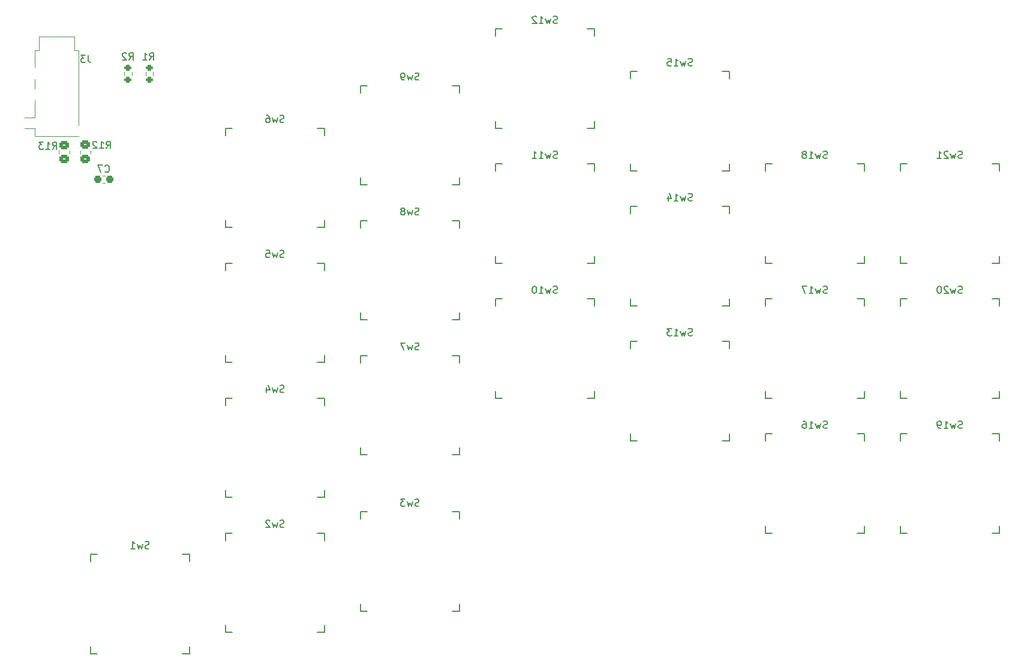
<source format=gbr>
%TF.GenerationSoftware,KiCad,Pcbnew,(6.0.4)*%
%TF.CreationDate,2022-05-02T18:01:09+08:00*%
%TF.ProjectId,RP2040 Board V1.0,52503230-3430-4204-926f-617264205631,rev?*%
%TF.SameCoordinates,Original*%
%TF.FileFunction,Legend,Bot*%
%TF.FilePolarity,Positive*%
%FSLAX46Y46*%
G04 Gerber Fmt 4.6, Leading zero omitted, Abs format (unit mm)*
G04 Created by KiCad (PCBNEW (6.0.4)) date 2022-05-02 18:01:09*
%MOMM*%
%LPD*%
G01*
G04 APERTURE LIST*
G04 Aperture macros list*
%AMRoundRect*
0 Rectangle with rounded corners*
0 $1 Rounding radius*
0 $2 $3 $4 $5 $6 $7 $8 $9 X,Y pos of 4 corners*
0 Add a 4 corners polygon primitive as box body*
4,1,4,$2,$3,$4,$5,$6,$7,$8,$9,$2,$3,0*
0 Add four circle primitives for the rounded corners*
1,1,$1+$1,$2,$3*
1,1,$1+$1,$4,$5*
1,1,$1+$1,$6,$7*
1,1,$1+$1,$8,$9*
0 Add four rect primitives between the rounded corners*
20,1,$1+$1,$2,$3,$4,$5,0*
20,1,$1+$1,$4,$5,$6,$7,0*
20,1,$1+$1,$6,$7,$8,$9,0*
20,1,$1+$1,$8,$9,$2,$3,0*%
G04 Aperture macros list end*
%ADD10C,0.150000*%
%ADD11C,0.120000*%
%ADD12C,1.701800*%
%ADD13C,3.987800*%
%ADD14C,2.286000*%
%ADD15C,3.200000*%
%ADD16C,2.000000*%
%ADD17C,1.500000*%
%ADD18C,0.650000*%
%ADD19O,1.000000X1.600000*%
%ADD20O,1.000000X2.100000*%
%ADD21RoundRect,0.250000X-0.450000X0.350000X-0.450000X-0.350000X0.450000X-0.350000X0.450000X0.350000X0*%
%ADD22RoundRect,0.237500X0.300000X0.237500X-0.300000X0.237500X-0.300000X-0.237500X0.300000X-0.237500X0*%
%ADD23RoundRect,0.200000X-0.275000X0.200000X-0.275000X-0.200000X0.275000X-0.200000X0.275000X0.200000X0*%
%ADD24R,2.500000X1.200000*%
G04 APERTURE END LIST*
D10*
%TO.C,Sw14*%
X110811904Y-98149761D02*
X110669047Y-98197380D01*
X110430952Y-98197380D01*
X110335714Y-98149761D01*
X110288095Y-98102142D01*
X110240476Y-98006904D01*
X110240476Y-97911666D01*
X110288095Y-97816428D01*
X110335714Y-97768809D01*
X110430952Y-97721190D01*
X110621428Y-97673571D01*
X110716666Y-97625952D01*
X110764285Y-97578333D01*
X110811904Y-97483095D01*
X110811904Y-97387857D01*
X110764285Y-97292619D01*
X110716666Y-97245000D01*
X110621428Y-97197380D01*
X110383333Y-97197380D01*
X110240476Y-97245000D01*
X109907142Y-97530714D02*
X109716666Y-98197380D01*
X109526190Y-97721190D01*
X109335714Y-98197380D01*
X109145238Y-97530714D01*
X108240476Y-98197380D02*
X108811904Y-98197380D01*
X108526190Y-98197380D02*
X108526190Y-97197380D01*
X108621428Y-97340238D01*
X108716666Y-97435476D01*
X108811904Y-97483095D01*
X107383333Y-97530714D02*
X107383333Y-98197380D01*
X107621428Y-97149761D02*
X107859523Y-97864047D01*
X107240476Y-97864047D01*
%TO.C,Sw7*%
X72235714Y-119199761D02*
X72092857Y-119247380D01*
X71854761Y-119247380D01*
X71759523Y-119199761D01*
X71711904Y-119152142D01*
X71664285Y-119056904D01*
X71664285Y-118961666D01*
X71711904Y-118866428D01*
X71759523Y-118818809D01*
X71854761Y-118771190D01*
X72045238Y-118723571D01*
X72140476Y-118675952D01*
X72188095Y-118628333D01*
X72235714Y-118533095D01*
X72235714Y-118437857D01*
X72188095Y-118342619D01*
X72140476Y-118295000D01*
X72045238Y-118247380D01*
X71807142Y-118247380D01*
X71664285Y-118295000D01*
X71330952Y-118580714D02*
X71140476Y-119247380D01*
X70950000Y-118771190D01*
X70759523Y-119247380D01*
X70569047Y-118580714D01*
X70283333Y-118247380D02*
X69616666Y-118247380D01*
X70045238Y-119247380D01*
%TO.C,Sw3*%
X72235714Y-141249761D02*
X72092857Y-141297380D01*
X71854761Y-141297380D01*
X71759523Y-141249761D01*
X71711904Y-141202142D01*
X71664285Y-141106904D01*
X71664285Y-141011666D01*
X71711904Y-140916428D01*
X71759523Y-140868809D01*
X71854761Y-140821190D01*
X72045238Y-140773571D01*
X72140476Y-140725952D01*
X72188095Y-140678333D01*
X72235714Y-140583095D01*
X72235714Y-140487857D01*
X72188095Y-140392619D01*
X72140476Y-140345000D01*
X72045238Y-140297380D01*
X71807142Y-140297380D01*
X71664285Y-140345000D01*
X71330952Y-140630714D02*
X71140476Y-141297380D01*
X70950000Y-140821190D01*
X70759523Y-141297380D01*
X70569047Y-140630714D01*
X70283333Y-140297380D02*
X69664285Y-140297380D01*
X69997619Y-140678333D01*
X69854761Y-140678333D01*
X69759523Y-140725952D01*
X69711904Y-140773571D01*
X69664285Y-140868809D01*
X69664285Y-141106904D01*
X69711904Y-141202142D01*
X69759523Y-141249761D01*
X69854761Y-141297380D01*
X70140476Y-141297380D01*
X70235714Y-141249761D01*
X70283333Y-141202142D01*
%TO.C,Sw6*%
X53185714Y-87099761D02*
X53042857Y-87147380D01*
X52804761Y-87147380D01*
X52709523Y-87099761D01*
X52661904Y-87052142D01*
X52614285Y-86956904D01*
X52614285Y-86861666D01*
X52661904Y-86766428D01*
X52709523Y-86718809D01*
X52804761Y-86671190D01*
X52995238Y-86623571D01*
X53090476Y-86575952D01*
X53138095Y-86528333D01*
X53185714Y-86433095D01*
X53185714Y-86337857D01*
X53138095Y-86242619D01*
X53090476Y-86195000D01*
X52995238Y-86147380D01*
X52757142Y-86147380D01*
X52614285Y-86195000D01*
X52280952Y-86480714D02*
X52090476Y-87147380D01*
X51900000Y-86671190D01*
X51709523Y-87147380D01*
X51519047Y-86480714D01*
X50709523Y-86147380D02*
X50900000Y-86147380D01*
X50995238Y-86195000D01*
X51042857Y-86242619D01*
X51138095Y-86385476D01*
X51185714Y-86575952D01*
X51185714Y-86956904D01*
X51138095Y-87052142D01*
X51090476Y-87099761D01*
X50995238Y-87147380D01*
X50804761Y-87147380D01*
X50709523Y-87099761D01*
X50661904Y-87052142D01*
X50614285Y-86956904D01*
X50614285Y-86718809D01*
X50661904Y-86623571D01*
X50709523Y-86575952D01*
X50804761Y-86528333D01*
X50995238Y-86528333D01*
X51090476Y-86575952D01*
X51138095Y-86623571D01*
X51185714Y-86718809D01*
%TO.C,Sw12*%
X91761904Y-73099761D02*
X91619047Y-73147380D01*
X91380952Y-73147380D01*
X91285714Y-73099761D01*
X91238095Y-73052142D01*
X91190476Y-72956904D01*
X91190476Y-72861666D01*
X91238095Y-72766428D01*
X91285714Y-72718809D01*
X91380952Y-72671190D01*
X91571428Y-72623571D01*
X91666666Y-72575952D01*
X91714285Y-72528333D01*
X91761904Y-72433095D01*
X91761904Y-72337857D01*
X91714285Y-72242619D01*
X91666666Y-72195000D01*
X91571428Y-72147380D01*
X91333333Y-72147380D01*
X91190476Y-72195000D01*
X90857142Y-72480714D02*
X90666666Y-73147380D01*
X90476190Y-72671190D01*
X90285714Y-73147380D01*
X90095238Y-72480714D01*
X89190476Y-73147380D02*
X89761904Y-73147380D01*
X89476190Y-73147380D02*
X89476190Y-72147380D01*
X89571428Y-72290238D01*
X89666666Y-72385476D01*
X89761904Y-72433095D01*
X88809523Y-72242619D02*
X88761904Y-72195000D01*
X88666666Y-72147380D01*
X88428571Y-72147380D01*
X88333333Y-72195000D01*
X88285714Y-72242619D01*
X88238095Y-72337857D01*
X88238095Y-72433095D01*
X88285714Y-72575952D01*
X88857142Y-73147380D01*
X88238095Y-73147380D01*
%TO.C,Sw17*%
X129861904Y-111199761D02*
X129719047Y-111247380D01*
X129480952Y-111247380D01*
X129385714Y-111199761D01*
X129338095Y-111152142D01*
X129290476Y-111056904D01*
X129290476Y-110961666D01*
X129338095Y-110866428D01*
X129385714Y-110818809D01*
X129480952Y-110771190D01*
X129671428Y-110723571D01*
X129766666Y-110675952D01*
X129814285Y-110628333D01*
X129861904Y-110533095D01*
X129861904Y-110437857D01*
X129814285Y-110342619D01*
X129766666Y-110295000D01*
X129671428Y-110247380D01*
X129433333Y-110247380D01*
X129290476Y-110295000D01*
X128957142Y-110580714D02*
X128766666Y-111247380D01*
X128576190Y-110771190D01*
X128385714Y-111247380D01*
X128195238Y-110580714D01*
X127290476Y-111247380D02*
X127861904Y-111247380D01*
X127576190Y-111247380D02*
X127576190Y-110247380D01*
X127671428Y-110390238D01*
X127766666Y-110485476D01*
X127861904Y-110533095D01*
X126957142Y-110247380D02*
X126290476Y-110247380D01*
X126719047Y-111247380D01*
%TO.C,Sw8*%
X72235714Y-100149761D02*
X72092857Y-100197380D01*
X71854761Y-100197380D01*
X71759523Y-100149761D01*
X71711904Y-100102142D01*
X71664285Y-100006904D01*
X71664285Y-99911666D01*
X71711904Y-99816428D01*
X71759523Y-99768809D01*
X71854761Y-99721190D01*
X72045238Y-99673571D01*
X72140476Y-99625952D01*
X72188095Y-99578333D01*
X72235714Y-99483095D01*
X72235714Y-99387857D01*
X72188095Y-99292619D01*
X72140476Y-99245000D01*
X72045238Y-99197380D01*
X71807142Y-99197380D01*
X71664285Y-99245000D01*
X71330952Y-99530714D02*
X71140476Y-100197380D01*
X70950000Y-99721190D01*
X70759523Y-100197380D01*
X70569047Y-99530714D01*
X70045238Y-99625952D02*
X70140476Y-99578333D01*
X70188095Y-99530714D01*
X70235714Y-99435476D01*
X70235714Y-99387857D01*
X70188095Y-99292619D01*
X70140476Y-99245000D01*
X70045238Y-99197380D01*
X69854761Y-99197380D01*
X69759523Y-99245000D01*
X69711904Y-99292619D01*
X69664285Y-99387857D01*
X69664285Y-99435476D01*
X69711904Y-99530714D01*
X69759523Y-99578333D01*
X69854761Y-99625952D01*
X70045238Y-99625952D01*
X70140476Y-99673571D01*
X70188095Y-99721190D01*
X70235714Y-99816428D01*
X70235714Y-100006904D01*
X70188095Y-100102142D01*
X70140476Y-100149761D01*
X70045238Y-100197380D01*
X69854761Y-100197380D01*
X69759523Y-100149761D01*
X69711904Y-100102142D01*
X69664285Y-100006904D01*
X69664285Y-99816428D01*
X69711904Y-99721190D01*
X69759523Y-99673571D01*
X69854761Y-99625952D01*
%TO.C,Sw9*%
X72235714Y-81099761D02*
X72092857Y-81147380D01*
X71854761Y-81147380D01*
X71759523Y-81099761D01*
X71711904Y-81052142D01*
X71664285Y-80956904D01*
X71664285Y-80861666D01*
X71711904Y-80766428D01*
X71759523Y-80718809D01*
X71854761Y-80671190D01*
X72045238Y-80623571D01*
X72140476Y-80575952D01*
X72188095Y-80528333D01*
X72235714Y-80433095D01*
X72235714Y-80337857D01*
X72188095Y-80242619D01*
X72140476Y-80195000D01*
X72045238Y-80147380D01*
X71807142Y-80147380D01*
X71664285Y-80195000D01*
X71330952Y-80480714D02*
X71140476Y-81147380D01*
X70950000Y-80671190D01*
X70759523Y-81147380D01*
X70569047Y-80480714D01*
X70140476Y-81147380D02*
X69950000Y-81147380D01*
X69854761Y-81099761D01*
X69807142Y-81052142D01*
X69711904Y-80909285D01*
X69664285Y-80718809D01*
X69664285Y-80337857D01*
X69711904Y-80242619D01*
X69759523Y-80195000D01*
X69854761Y-80147380D01*
X70045238Y-80147380D01*
X70140476Y-80195000D01*
X70188095Y-80242619D01*
X70235714Y-80337857D01*
X70235714Y-80575952D01*
X70188095Y-80671190D01*
X70140476Y-80718809D01*
X70045238Y-80766428D01*
X69854761Y-80766428D01*
X69759523Y-80718809D01*
X69711904Y-80671190D01*
X69664285Y-80575952D01*
%TO.C,Sw20*%
X148911904Y-111199761D02*
X148769047Y-111247380D01*
X148530952Y-111247380D01*
X148435714Y-111199761D01*
X148388095Y-111152142D01*
X148340476Y-111056904D01*
X148340476Y-110961666D01*
X148388095Y-110866428D01*
X148435714Y-110818809D01*
X148530952Y-110771190D01*
X148721428Y-110723571D01*
X148816666Y-110675952D01*
X148864285Y-110628333D01*
X148911904Y-110533095D01*
X148911904Y-110437857D01*
X148864285Y-110342619D01*
X148816666Y-110295000D01*
X148721428Y-110247380D01*
X148483333Y-110247380D01*
X148340476Y-110295000D01*
X148007142Y-110580714D02*
X147816666Y-111247380D01*
X147626190Y-110771190D01*
X147435714Y-111247380D01*
X147245238Y-110580714D01*
X146911904Y-110342619D02*
X146864285Y-110295000D01*
X146769047Y-110247380D01*
X146530952Y-110247380D01*
X146435714Y-110295000D01*
X146388095Y-110342619D01*
X146340476Y-110437857D01*
X146340476Y-110533095D01*
X146388095Y-110675952D01*
X146959523Y-111247380D01*
X146340476Y-111247380D01*
X145721428Y-110247380D02*
X145626190Y-110247380D01*
X145530952Y-110295000D01*
X145483333Y-110342619D01*
X145435714Y-110437857D01*
X145388095Y-110628333D01*
X145388095Y-110866428D01*
X145435714Y-111056904D01*
X145483333Y-111152142D01*
X145530952Y-111199761D01*
X145626190Y-111247380D01*
X145721428Y-111247380D01*
X145816666Y-111199761D01*
X145864285Y-111152142D01*
X145911904Y-111056904D01*
X145959523Y-110866428D01*
X145959523Y-110628333D01*
X145911904Y-110437857D01*
X145864285Y-110342619D01*
X145816666Y-110295000D01*
X145721428Y-110247380D01*
%TO.C,Sw21*%
X148911904Y-92149761D02*
X148769047Y-92197380D01*
X148530952Y-92197380D01*
X148435714Y-92149761D01*
X148388095Y-92102142D01*
X148340476Y-92006904D01*
X148340476Y-91911666D01*
X148388095Y-91816428D01*
X148435714Y-91768809D01*
X148530952Y-91721190D01*
X148721428Y-91673571D01*
X148816666Y-91625952D01*
X148864285Y-91578333D01*
X148911904Y-91483095D01*
X148911904Y-91387857D01*
X148864285Y-91292619D01*
X148816666Y-91245000D01*
X148721428Y-91197380D01*
X148483333Y-91197380D01*
X148340476Y-91245000D01*
X148007142Y-91530714D02*
X147816666Y-92197380D01*
X147626190Y-91721190D01*
X147435714Y-92197380D01*
X147245238Y-91530714D01*
X146911904Y-91292619D02*
X146864285Y-91245000D01*
X146769047Y-91197380D01*
X146530952Y-91197380D01*
X146435714Y-91245000D01*
X146388095Y-91292619D01*
X146340476Y-91387857D01*
X146340476Y-91483095D01*
X146388095Y-91625952D01*
X146959523Y-92197380D01*
X146340476Y-92197380D01*
X145388095Y-92197380D02*
X145959523Y-92197380D01*
X145673809Y-92197380D02*
X145673809Y-91197380D01*
X145769047Y-91340238D01*
X145864285Y-91435476D01*
X145959523Y-91483095D01*
%TO.C,Sw11*%
X91761904Y-92149761D02*
X91619047Y-92197380D01*
X91380952Y-92197380D01*
X91285714Y-92149761D01*
X91238095Y-92102142D01*
X91190476Y-92006904D01*
X91190476Y-91911666D01*
X91238095Y-91816428D01*
X91285714Y-91768809D01*
X91380952Y-91721190D01*
X91571428Y-91673571D01*
X91666666Y-91625952D01*
X91714285Y-91578333D01*
X91761904Y-91483095D01*
X91761904Y-91387857D01*
X91714285Y-91292619D01*
X91666666Y-91245000D01*
X91571428Y-91197380D01*
X91333333Y-91197380D01*
X91190476Y-91245000D01*
X90857142Y-91530714D02*
X90666666Y-92197380D01*
X90476190Y-91721190D01*
X90285714Y-92197380D01*
X90095238Y-91530714D01*
X89190476Y-92197380D02*
X89761904Y-92197380D01*
X89476190Y-92197380D02*
X89476190Y-91197380D01*
X89571428Y-91340238D01*
X89666666Y-91435476D01*
X89761904Y-91483095D01*
X88238095Y-92197380D02*
X88809523Y-92197380D01*
X88523809Y-92197380D02*
X88523809Y-91197380D01*
X88619047Y-91340238D01*
X88714285Y-91435476D01*
X88809523Y-91483095D01*
%TO.C,Sw2*%
X53185714Y-144249761D02*
X53042857Y-144297380D01*
X52804761Y-144297380D01*
X52709523Y-144249761D01*
X52661904Y-144202142D01*
X52614285Y-144106904D01*
X52614285Y-144011666D01*
X52661904Y-143916428D01*
X52709523Y-143868809D01*
X52804761Y-143821190D01*
X52995238Y-143773571D01*
X53090476Y-143725952D01*
X53138095Y-143678333D01*
X53185714Y-143583095D01*
X53185714Y-143487857D01*
X53138095Y-143392619D01*
X53090476Y-143345000D01*
X52995238Y-143297380D01*
X52757142Y-143297380D01*
X52614285Y-143345000D01*
X52280952Y-143630714D02*
X52090476Y-144297380D01*
X51900000Y-143821190D01*
X51709523Y-144297380D01*
X51519047Y-143630714D01*
X51185714Y-143392619D02*
X51138095Y-143345000D01*
X51042857Y-143297380D01*
X50804761Y-143297380D01*
X50709523Y-143345000D01*
X50661904Y-143392619D01*
X50614285Y-143487857D01*
X50614285Y-143583095D01*
X50661904Y-143725952D01*
X51233333Y-144297380D01*
X50614285Y-144297380D01*
%TO.C,Sw1*%
X34135714Y-147249761D02*
X33992857Y-147297380D01*
X33754761Y-147297380D01*
X33659523Y-147249761D01*
X33611904Y-147202142D01*
X33564285Y-147106904D01*
X33564285Y-147011666D01*
X33611904Y-146916428D01*
X33659523Y-146868809D01*
X33754761Y-146821190D01*
X33945238Y-146773571D01*
X34040476Y-146725952D01*
X34088095Y-146678333D01*
X34135714Y-146583095D01*
X34135714Y-146487857D01*
X34088095Y-146392619D01*
X34040476Y-146345000D01*
X33945238Y-146297380D01*
X33707142Y-146297380D01*
X33564285Y-146345000D01*
X33230952Y-146630714D02*
X33040476Y-147297380D01*
X32850000Y-146821190D01*
X32659523Y-147297380D01*
X32469047Y-146630714D01*
X31564285Y-147297380D02*
X32135714Y-147297380D01*
X31850000Y-147297380D02*
X31850000Y-146297380D01*
X31945238Y-146440238D01*
X32040476Y-146535476D01*
X32135714Y-146583095D01*
%TO.C,Sw4*%
X53185714Y-125199761D02*
X53042857Y-125247380D01*
X52804761Y-125247380D01*
X52709523Y-125199761D01*
X52661904Y-125152142D01*
X52614285Y-125056904D01*
X52614285Y-124961666D01*
X52661904Y-124866428D01*
X52709523Y-124818809D01*
X52804761Y-124771190D01*
X52995238Y-124723571D01*
X53090476Y-124675952D01*
X53138095Y-124628333D01*
X53185714Y-124533095D01*
X53185714Y-124437857D01*
X53138095Y-124342619D01*
X53090476Y-124295000D01*
X52995238Y-124247380D01*
X52757142Y-124247380D01*
X52614285Y-124295000D01*
X52280952Y-124580714D02*
X52090476Y-125247380D01*
X51900000Y-124771190D01*
X51709523Y-125247380D01*
X51519047Y-124580714D01*
X50709523Y-124580714D02*
X50709523Y-125247380D01*
X50947619Y-124199761D02*
X51185714Y-124914047D01*
X50566666Y-124914047D01*
%TO.C,Sw13*%
X110811904Y-117199761D02*
X110669047Y-117247380D01*
X110430952Y-117247380D01*
X110335714Y-117199761D01*
X110288095Y-117152142D01*
X110240476Y-117056904D01*
X110240476Y-116961666D01*
X110288095Y-116866428D01*
X110335714Y-116818809D01*
X110430952Y-116771190D01*
X110621428Y-116723571D01*
X110716666Y-116675952D01*
X110764285Y-116628333D01*
X110811904Y-116533095D01*
X110811904Y-116437857D01*
X110764285Y-116342619D01*
X110716666Y-116295000D01*
X110621428Y-116247380D01*
X110383333Y-116247380D01*
X110240476Y-116295000D01*
X109907142Y-116580714D02*
X109716666Y-117247380D01*
X109526190Y-116771190D01*
X109335714Y-117247380D01*
X109145238Y-116580714D01*
X108240476Y-117247380D02*
X108811904Y-117247380D01*
X108526190Y-117247380D02*
X108526190Y-116247380D01*
X108621428Y-116390238D01*
X108716666Y-116485476D01*
X108811904Y-116533095D01*
X107907142Y-116247380D02*
X107288095Y-116247380D01*
X107621428Y-116628333D01*
X107478571Y-116628333D01*
X107383333Y-116675952D01*
X107335714Y-116723571D01*
X107288095Y-116818809D01*
X107288095Y-117056904D01*
X107335714Y-117152142D01*
X107383333Y-117199761D01*
X107478571Y-117247380D01*
X107764285Y-117247380D01*
X107859523Y-117199761D01*
X107907142Y-117152142D01*
%TO.C,Sw19*%
X148911904Y-130249761D02*
X148769047Y-130297380D01*
X148530952Y-130297380D01*
X148435714Y-130249761D01*
X148388095Y-130202142D01*
X148340476Y-130106904D01*
X148340476Y-130011666D01*
X148388095Y-129916428D01*
X148435714Y-129868809D01*
X148530952Y-129821190D01*
X148721428Y-129773571D01*
X148816666Y-129725952D01*
X148864285Y-129678333D01*
X148911904Y-129583095D01*
X148911904Y-129487857D01*
X148864285Y-129392619D01*
X148816666Y-129345000D01*
X148721428Y-129297380D01*
X148483333Y-129297380D01*
X148340476Y-129345000D01*
X148007142Y-129630714D02*
X147816666Y-130297380D01*
X147626190Y-129821190D01*
X147435714Y-130297380D01*
X147245238Y-129630714D01*
X146340476Y-130297380D02*
X146911904Y-130297380D01*
X146626190Y-130297380D02*
X146626190Y-129297380D01*
X146721428Y-129440238D01*
X146816666Y-129535476D01*
X146911904Y-129583095D01*
X145864285Y-130297380D02*
X145673809Y-130297380D01*
X145578571Y-130249761D01*
X145530952Y-130202142D01*
X145435714Y-130059285D01*
X145388095Y-129868809D01*
X145388095Y-129487857D01*
X145435714Y-129392619D01*
X145483333Y-129345000D01*
X145578571Y-129297380D01*
X145769047Y-129297380D01*
X145864285Y-129345000D01*
X145911904Y-129392619D01*
X145959523Y-129487857D01*
X145959523Y-129725952D01*
X145911904Y-129821190D01*
X145864285Y-129868809D01*
X145769047Y-129916428D01*
X145578571Y-129916428D01*
X145483333Y-129868809D01*
X145435714Y-129821190D01*
X145388095Y-129725952D01*
%TO.C,Sw15*%
X110811904Y-79099761D02*
X110669047Y-79147380D01*
X110430952Y-79147380D01*
X110335714Y-79099761D01*
X110288095Y-79052142D01*
X110240476Y-78956904D01*
X110240476Y-78861666D01*
X110288095Y-78766428D01*
X110335714Y-78718809D01*
X110430952Y-78671190D01*
X110621428Y-78623571D01*
X110716666Y-78575952D01*
X110764285Y-78528333D01*
X110811904Y-78433095D01*
X110811904Y-78337857D01*
X110764285Y-78242619D01*
X110716666Y-78195000D01*
X110621428Y-78147380D01*
X110383333Y-78147380D01*
X110240476Y-78195000D01*
X109907142Y-78480714D02*
X109716666Y-79147380D01*
X109526190Y-78671190D01*
X109335714Y-79147380D01*
X109145238Y-78480714D01*
X108240476Y-79147380D02*
X108811904Y-79147380D01*
X108526190Y-79147380D02*
X108526190Y-78147380D01*
X108621428Y-78290238D01*
X108716666Y-78385476D01*
X108811904Y-78433095D01*
X107335714Y-78147380D02*
X107811904Y-78147380D01*
X107859523Y-78623571D01*
X107811904Y-78575952D01*
X107716666Y-78528333D01*
X107478571Y-78528333D01*
X107383333Y-78575952D01*
X107335714Y-78623571D01*
X107288095Y-78718809D01*
X107288095Y-78956904D01*
X107335714Y-79052142D01*
X107383333Y-79099761D01*
X107478571Y-79147380D01*
X107716666Y-79147380D01*
X107811904Y-79099761D01*
X107859523Y-79052142D01*
%TO.C,Sw10*%
X91761904Y-111199761D02*
X91619047Y-111247380D01*
X91380952Y-111247380D01*
X91285714Y-111199761D01*
X91238095Y-111152142D01*
X91190476Y-111056904D01*
X91190476Y-110961666D01*
X91238095Y-110866428D01*
X91285714Y-110818809D01*
X91380952Y-110771190D01*
X91571428Y-110723571D01*
X91666666Y-110675952D01*
X91714285Y-110628333D01*
X91761904Y-110533095D01*
X91761904Y-110437857D01*
X91714285Y-110342619D01*
X91666666Y-110295000D01*
X91571428Y-110247380D01*
X91333333Y-110247380D01*
X91190476Y-110295000D01*
X90857142Y-110580714D02*
X90666666Y-111247380D01*
X90476190Y-110771190D01*
X90285714Y-111247380D01*
X90095238Y-110580714D01*
X89190476Y-111247380D02*
X89761904Y-111247380D01*
X89476190Y-111247380D02*
X89476190Y-110247380D01*
X89571428Y-110390238D01*
X89666666Y-110485476D01*
X89761904Y-110533095D01*
X88571428Y-110247380D02*
X88476190Y-110247380D01*
X88380952Y-110295000D01*
X88333333Y-110342619D01*
X88285714Y-110437857D01*
X88238095Y-110628333D01*
X88238095Y-110866428D01*
X88285714Y-111056904D01*
X88333333Y-111152142D01*
X88380952Y-111199761D01*
X88476190Y-111247380D01*
X88571428Y-111247380D01*
X88666666Y-111199761D01*
X88714285Y-111152142D01*
X88761904Y-111056904D01*
X88809523Y-110866428D01*
X88809523Y-110628333D01*
X88761904Y-110437857D01*
X88714285Y-110342619D01*
X88666666Y-110295000D01*
X88571428Y-110247380D01*
%TO.C,Sw5*%
X53185714Y-106149761D02*
X53042857Y-106197380D01*
X52804761Y-106197380D01*
X52709523Y-106149761D01*
X52661904Y-106102142D01*
X52614285Y-106006904D01*
X52614285Y-105911666D01*
X52661904Y-105816428D01*
X52709523Y-105768809D01*
X52804761Y-105721190D01*
X52995238Y-105673571D01*
X53090476Y-105625952D01*
X53138095Y-105578333D01*
X53185714Y-105483095D01*
X53185714Y-105387857D01*
X53138095Y-105292619D01*
X53090476Y-105245000D01*
X52995238Y-105197380D01*
X52757142Y-105197380D01*
X52614285Y-105245000D01*
X52280952Y-105530714D02*
X52090476Y-106197380D01*
X51900000Y-105721190D01*
X51709523Y-106197380D01*
X51519047Y-105530714D01*
X50661904Y-105197380D02*
X51138095Y-105197380D01*
X51185714Y-105673571D01*
X51138095Y-105625952D01*
X51042857Y-105578333D01*
X50804761Y-105578333D01*
X50709523Y-105625952D01*
X50661904Y-105673571D01*
X50614285Y-105768809D01*
X50614285Y-106006904D01*
X50661904Y-106102142D01*
X50709523Y-106149761D01*
X50804761Y-106197380D01*
X51042857Y-106197380D01*
X51138095Y-106149761D01*
X51185714Y-106102142D01*
%TO.C,Sw18*%
X129861904Y-92149761D02*
X129719047Y-92197380D01*
X129480952Y-92197380D01*
X129385714Y-92149761D01*
X129338095Y-92102142D01*
X129290476Y-92006904D01*
X129290476Y-91911666D01*
X129338095Y-91816428D01*
X129385714Y-91768809D01*
X129480952Y-91721190D01*
X129671428Y-91673571D01*
X129766666Y-91625952D01*
X129814285Y-91578333D01*
X129861904Y-91483095D01*
X129861904Y-91387857D01*
X129814285Y-91292619D01*
X129766666Y-91245000D01*
X129671428Y-91197380D01*
X129433333Y-91197380D01*
X129290476Y-91245000D01*
X128957142Y-91530714D02*
X128766666Y-92197380D01*
X128576190Y-91721190D01*
X128385714Y-92197380D01*
X128195238Y-91530714D01*
X127290476Y-92197380D02*
X127861904Y-92197380D01*
X127576190Y-92197380D02*
X127576190Y-91197380D01*
X127671428Y-91340238D01*
X127766666Y-91435476D01*
X127861904Y-91483095D01*
X126719047Y-91625952D02*
X126814285Y-91578333D01*
X126861904Y-91530714D01*
X126909523Y-91435476D01*
X126909523Y-91387857D01*
X126861904Y-91292619D01*
X126814285Y-91245000D01*
X126719047Y-91197380D01*
X126528571Y-91197380D01*
X126433333Y-91245000D01*
X126385714Y-91292619D01*
X126338095Y-91387857D01*
X126338095Y-91435476D01*
X126385714Y-91530714D01*
X126433333Y-91578333D01*
X126528571Y-91625952D01*
X126719047Y-91625952D01*
X126814285Y-91673571D01*
X126861904Y-91721190D01*
X126909523Y-91816428D01*
X126909523Y-92006904D01*
X126861904Y-92102142D01*
X126814285Y-92149761D01*
X126719047Y-92197380D01*
X126528571Y-92197380D01*
X126433333Y-92149761D01*
X126385714Y-92102142D01*
X126338095Y-92006904D01*
X126338095Y-91816428D01*
X126385714Y-91721190D01*
X126433333Y-91673571D01*
X126528571Y-91625952D01*
%TO.C,Sw16*%
X129861904Y-130249761D02*
X129719047Y-130297380D01*
X129480952Y-130297380D01*
X129385714Y-130249761D01*
X129338095Y-130202142D01*
X129290476Y-130106904D01*
X129290476Y-130011666D01*
X129338095Y-129916428D01*
X129385714Y-129868809D01*
X129480952Y-129821190D01*
X129671428Y-129773571D01*
X129766666Y-129725952D01*
X129814285Y-129678333D01*
X129861904Y-129583095D01*
X129861904Y-129487857D01*
X129814285Y-129392619D01*
X129766666Y-129345000D01*
X129671428Y-129297380D01*
X129433333Y-129297380D01*
X129290476Y-129345000D01*
X128957142Y-129630714D02*
X128766666Y-130297380D01*
X128576190Y-129821190D01*
X128385714Y-130297380D01*
X128195238Y-129630714D01*
X127290476Y-130297380D02*
X127861904Y-130297380D01*
X127576190Y-130297380D02*
X127576190Y-129297380D01*
X127671428Y-129440238D01*
X127766666Y-129535476D01*
X127861904Y-129583095D01*
X126433333Y-129297380D02*
X126623809Y-129297380D01*
X126719047Y-129345000D01*
X126766666Y-129392619D01*
X126861904Y-129535476D01*
X126909523Y-129725952D01*
X126909523Y-130106904D01*
X126861904Y-130202142D01*
X126814285Y-130249761D01*
X126719047Y-130297380D01*
X126528571Y-130297380D01*
X126433333Y-130249761D01*
X126385714Y-130202142D01*
X126338095Y-130106904D01*
X126338095Y-129868809D01*
X126385714Y-129773571D01*
X126433333Y-129725952D01*
X126528571Y-129678333D01*
X126719047Y-129678333D01*
X126814285Y-129725952D01*
X126861904Y-129773571D01*
X126909523Y-129868809D01*
%TO.C,R13*%
X20505657Y-90901780D02*
X20838990Y-90425590D01*
X21077085Y-90901780D02*
X21077085Y-89901780D01*
X20696133Y-89901780D01*
X20600895Y-89949400D01*
X20553276Y-89997019D01*
X20505657Y-90092257D01*
X20505657Y-90235114D01*
X20553276Y-90330352D01*
X20600895Y-90377971D01*
X20696133Y-90425590D01*
X21077085Y-90425590D01*
X19553276Y-90901780D02*
X20124704Y-90901780D01*
X19838990Y-90901780D02*
X19838990Y-89901780D01*
X19934228Y-90044638D01*
X20029466Y-90139876D01*
X20124704Y-90187495D01*
X19219942Y-89901780D02*
X18600895Y-89901780D01*
X18934228Y-90282733D01*
X18791371Y-90282733D01*
X18696133Y-90330352D01*
X18648514Y-90377971D01*
X18600895Y-90473209D01*
X18600895Y-90711304D01*
X18648514Y-90806542D01*
X18696133Y-90854161D01*
X18791371Y-90901780D01*
X19077085Y-90901780D01*
X19172323Y-90854161D01*
X19219942Y-90806542D01*
%TO.C,C7*%
X27916666Y-94077142D02*
X27964285Y-94124761D01*
X28107142Y-94172380D01*
X28202380Y-94172380D01*
X28345238Y-94124761D01*
X28440476Y-94029523D01*
X28488095Y-93934285D01*
X28535714Y-93743809D01*
X28535714Y-93600952D01*
X28488095Y-93410476D01*
X28440476Y-93315238D01*
X28345238Y-93220000D01*
X28202380Y-93172380D01*
X28107142Y-93172380D01*
X27964285Y-93220000D01*
X27916666Y-93267619D01*
X27583333Y-93172380D02*
X26916666Y-93172380D01*
X27345238Y-94172380D01*
%TO.C,R12*%
X28100257Y-90800180D02*
X28433590Y-90323990D01*
X28671685Y-90800180D02*
X28671685Y-89800180D01*
X28290733Y-89800180D01*
X28195495Y-89847800D01*
X28147876Y-89895419D01*
X28100257Y-89990657D01*
X28100257Y-90133514D01*
X28147876Y-90228752D01*
X28195495Y-90276371D01*
X28290733Y-90323990D01*
X28671685Y-90323990D01*
X27147876Y-90800180D02*
X27719304Y-90800180D01*
X27433590Y-90800180D02*
X27433590Y-89800180D01*
X27528828Y-89943038D01*
X27624066Y-90038276D01*
X27719304Y-90085895D01*
X26766923Y-89895419D02*
X26719304Y-89847800D01*
X26624066Y-89800180D01*
X26385971Y-89800180D01*
X26290733Y-89847800D01*
X26243114Y-89895419D01*
X26195495Y-89990657D01*
X26195495Y-90085895D01*
X26243114Y-90228752D01*
X26814542Y-90800180D01*
X26195495Y-90800180D01*
%TO.C,R2*%
X31314655Y-78315369D02*
X31647989Y-77839179D01*
X31886084Y-78315369D02*
X31886084Y-77315369D01*
X31505131Y-77315369D01*
X31409893Y-77362989D01*
X31362274Y-77410608D01*
X31314655Y-77505846D01*
X31314655Y-77648703D01*
X31362274Y-77743941D01*
X31409893Y-77791560D01*
X31505131Y-77839179D01*
X31886084Y-77839179D01*
X30933703Y-77410608D02*
X30886084Y-77362989D01*
X30790846Y-77315369D01*
X30552750Y-77315369D01*
X30457512Y-77362989D01*
X30409893Y-77410608D01*
X30362274Y-77505846D01*
X30362274Y-77601084D01*
X30409893Y-77743941D01*
X30981322Y-78315369D01*
X30362274Y-78315369D01*
%TO.C,J3*%
X25530133Y-77658980D02*
X25530133Y-78373266D01*
X25577752Y-78516123D01*
X25672990Y-78611361D01*
X25815847Y-78658980D01*
X25911085Y-78658980D01*
X25149180Y-77658980D02*
X24530133Y-77658980D01*
X24863466Y-78039933D01*
X24720609Y-78039933D01*
X24625371Y-78087552D01*
X24577752Y-78135171D01*
X24530133Y-78230409D01*
X24530133Y-78468504D01*
X24577752Y-78563742D01*
X24625371Y-78611361D01*
X24720609Y-78658980D01*
X25006323Y-78658980D01*
X25101561Y-78611361D01*
X25149180Y-78563742D01*
%TO.C,R1*%
X34214655Y-78315369D02*
X34547989Y-77839179D01*
X34786084Y-78315369D02*
X34786084Y-77315369D01*
X34405131Y-77315369D01*
X34309893Y-77362989D01*
X34262274Y-77410608D01*
X34214655Y-77505846D01*
X34214655Y-77648703D01*
X34262274Y-77743941D01*
X34309893Y-77791560D01*
X34405131Y-77839179D01*
X34786084Y-77839179D01*
X33262274Y-78315369D02*
X33833703Y-78315369D01*
X33547989Y-78315369D02*
X33547989Y-77315369D01*
X33643227Y-77458227D01*
X33738465Y-77553465D01*
X33833703Y-77601084D01*
%TO.C,Sw14*%
X116050000Y-113000000D02*
X115050000Y-113000000D01*
X116050000Y-112000000D02*
X116050000Y-113000000D01*
X116050000Y-99000000D02*
X116050000Y-100000000D01*
X102050000Y-100000000D02*
X102050000Y-99000000D01*
X115050000Y-99000000D02*
X116050000Y-99000000D01*
X102050000Y-113000000D02*
X102050000Y-112000000D01*
X102050000Y-99000000D02*
X103050000Y-99000000D01*
X103050000Y-113000000D02*
X102050000Y-113000000D01*
%TO.C,Sw7*%
X77950000Y-133050000D02*
X77950000Y-134050000D01*
X76950000Y-120050000D02*
X77950000Y-120050000D01*
X77950000Y-120050000D02*
X77950000Y-121050000D01*
X63950000Y-121050000D02*
X63950000Y-120050000D01*
X63950000Y-134050000D02*
X63950000Y-133050000D01*
X64950000Y-134050000D02*
X63950000Y-134050000D01*
X77950000Y-134050000D02*
X76950000Y-134050000D01*
X63950000Y-120050000D02*
X64950000Y-120050000D01*
%TO.C,Sw3*%
X77950000Y-155100000D02*
X77950000Y-156100000D01*
X63950000Y-143100000D02*
X63950000Y-142100000D01*
X77950000Y-156100000D02*
X76950000Y-156100000D01*
X76950000Y-142100000D02*
X77950000Y-142100000D01*
X64950000Y-156100000D02*
X63950000Y-156100000D01*
X63950000Y-156100000D02*
X63950000Y-155100000D01*
X63950000Y-142100000D02*
X64950000Y-142100000D01*
X77950000Y-142100000D02*
X77950000Y-143100000D01*
%TO.C,Sw6*%
X45900000Y-101950000D02*
X44900000Y-101950000D01*
X58900000Y-101950000D02*
X57900000Y-101950000D01*
X44900000Y-101950000D02*
X44900000Y-100950000D01*
X57900000Y-87950000D02*
X58900000Y-87950000D01*
X44900000Y-88950000D02*
X44900000Y-87950000D01*
X58900000Y-100950000D02*
X58900000Y-101950000D01*
X58900000Y-87950000D02*
X58900000Y-88950000D01*
X44900000Y-87950000D02*
X45900000Y-87950000D01*
%TO.C,Sw12*%
X84000000Y-87950000D02*
X83000000Y-87950000D01*
X83000000Y-74950000D02*
X83000000Y-73950000D01*
X97000000Y-73950000D02*
X97000000Y-74950000D01*
X96000000Y-73950000D02*
X97000000Y-73950000D01*
X83000000Y-73950000D02*
X84000000Y-73950000D01*
X97000000Y-87950000D02*
X96000000Y-87950000D01*
X97000000Y-86950000D02*
X97000000Y-87950000D01*
X83000000Y-87950000D02*
X83000000Y-86950000D01*
%TO.C,Sw17*%
X121100000Y-112050000D02*
X122100000Y-112050000D01*
X135100000Y-126050000D02*
X134100000Y-126050000D01*
X122100000Y-126050000D02*
X121100000Y-126050000D01*
X135100000Y-112050000D02*
X135100000Y-113050000D01*
X121100000Y-113050000D02*
X121100000Y-112050000D01*
X121100000Y-126050000D02*
X121100000Y-125050000D01*
X134100000Y-112050000D02*
X135100000Y-112050000D01*
X135100000Y-125050000D02*
X135100000Y-126050000D01*
%TO.C,Sw8*%
X77950000Y-114000000D02*
X77950000Y-115000000D01*
X76950000Y-101000000D02*
X77950000Y-101000000D01*
X77950000Y-115000000D02*
X76950000Y-115000000D01*
X77950000Y-101000000D02*
X77950000Y-102000000D01*
X64950000Y-115000000D02*
X63950000Y-115000000D01*
X63950000Y-101000000D02*
X64950000Y-101000000D01*
X63950000Y-115000000D02*
X63950000Y-114000000D01*
X63950000Y-102000000D02*
X63950000Y-101000000D01*
%TO.C,Sw9*%
X77950000Y-81950000D02*
X77950000Y-82950000D01*
X64950000Y-95950000D02*
X63950000Y-95950000D01*
X76950000Y-81950000D02*
X77950000Y-81950000D01*
X63950000Y-82950000D02*
X63950000Y-81950000D01*
X77950000Y-94950000D02*
X77950000Y-95950000D01*
X77950000Y-95950000D02*
X76950000Y-95950000D01*
X63950000Y-81950000D02*
X64950000Y-81950000D01*
X63950000Y-95950000D02*
X63950000Y-94950000D01*
%TO.C,Sw20*%
X140150000Y-113050000D02*
X140150000Y-112050000D01*
X154150000Y-112050000D02*
X154150000Y-113050000D01*
X154150000Y-126050000D02*
X153150000Y-126050000D01*
X154150000Y-125050000D02*
X154150000Y-126050000D01*
X140150000Y-126050000D02*
X140150000Y-125050000D01*
X153150000Y-112050000D02*
X154150000Y-112050000D01*
X141150000Y-126050000D02*
X140150000Y-126050000D01*
X140150000Y-112050000D02*
X141150000Y-112050000D01*
%TO.C,Sw21*%
X140150000Y-93000000D02*
X141150000Y-93000000D01*
X154150000Y-106000000D02*
X154150000Y-107000000D01*
X154150000Y-107000000D02*
X153150000Y-107000000D01*
X140150000Y-107000000D02*
X140150000Y-106000000D01*
X141150000Y-107000000D02*
X140150000Y-107000000D01*
X153150000Y-93000000D02*
X154150000Y-93000000D01*
X140150000Y-94000000D02*
X140150000Y-93000000D01*
X154150000Y-93000000D02*
X154150000Y-94000000D01*
%TO.C,Sw11*%
X83000000Y-107000000D02*
X83000000Y-106000000D01*
X84000000Y-107000000D02*
X83000000Y-107000000D01*
X83000000Y-93000000D02*
X84000000Y-93000000D01*
X97000000Y-106000000D02*
X97000000Y-107000000D01*
X97000000Y-93000000D02*
X97000000Y-94000000D01*
X97000000Y-107000000D02*
X96000000Y-107000000D01*
X83000000Y-94000000D02*
X83000000Y-93000000D01*
X96000000Y-93000000D02*
X97000000Y-93000000D01*
%TO.C,Sw2*%
X58900000Y-158100000D02*
X58900000Y-159100000D01*
X58900000Y-159100000D02*
X57900000Y-159100000D01*
X57900000Y-145100000D02*
X58900000Y-145100000D01*
X44900000Y-159100000D02*
X44900000Y-158100000D01*
X58900000Y-145100000D02*
X58900000Y-146100000D01*
X44900000Y-145100000D02*
X45900000Y-145100000D01*
X44900000Y-146100000D02*
X44900000Y-145100000D01*
X45900000Y-159100000D02*
X44900000Y-159100000D01*
%TO.C,Sw1*%
X39850000Y-148100000D02*
X39850000Y-149100000D01*
X25850000Y-149100000D02*
X25850000Y-148100000D01*
X25850000Y-148100000D02*
X26850000Y-148100000D01*
X26850000Y-162100000D02*
X25850000Y-162100000D01*
X25850000Y-162100000D02*
X25850000Y-161100000D01*
X39850000Y-162100000D02*
X38850000Y-162100000D01*
X39850000Y-161100000D02*
X39850000Y-162100000D01*
X38850000Y-148100000D02*
X39850000Y-148100000D01*
%TO.C,Sw4*%
X45900000Y-140050000D02*
X44900000Y-140050000D01*
X58900000Y-140050000D02*
X57900000Y-140050000D01*
X58900000Y-139050000D02*
X58900000Y-140050000D01*
X58900000Y-126050000D02*
X58900000Y-127050000D01*
X44900000Y-127050000D02*
X44900000Y-126050000D01*
X44900000Y-140050000D02*
X44900000Y-139050000D01*
X57900000Y-126050000D02*
X58900000Y-126050000D01*
X44900000Y-126050000D02*
X45900000Y-126050000D01*
%TO.C,Sw13*%
X102050000Y-119050000D02*
X102050000Y-118050000D01*
X102050000Y-118050000D02*
X103050000Y-118050000D01*
X103050000Y-132050000D02*
X102050000Y-132050000D01*
X116050000Y-132050000D02*
X115050000Y-132050000D01*
X102050000Y-132050000D02*
X102050000Y-131050000D01*
X116050000Y-131050000D02*
X116050000Y-132050000D01*
X116050000Y-118050000D02*
X116050000Y-119050000D01*
X115050000Y-118050000D02*
X116050000Y-118050000D01*
%TO.C,Sw19*%
X140150000Y-145100000D02*
X140150000Y-144100000D01*
X154150000Y-131100000D02*
X154150000Y-132100000D01*
X141150000Y-145100000D02*
X140150000Y-145100000D01*
X153150000Y-131100000D02*
X154150000Y-131100000D01*
X154150000Y-144100000D02*
X154150000Y-145100000D01*
X154150000Y-145100000D02*
X153150000Y-145100000D01*
X140150000Y-131100000D02*
X141150000Y-131100000D01*
X140150000Y-132100000D02*
X140150000Y-131100000D01*
%TO.C,Sw15*%
X102050000Y-80950000D02*
X102050000Y-79950000D01*
X102050000Y-79950000D02*
X103050000Y-79950000D01*
X103050000Y-93950000D02*
X102050000Y-93950000D01*
X116050000Y-93950000D02*
X115050000Y-93950000D01*
X116050000Y-92950000D02*
X116050000Y-93950000D01*
X115050000Y-79950000D02*
X116050000Y-79950000D01*
X116050000Y-79950000D02*
X116050000Y-80950000D01*
X102050000Y-93950000D02*
X102050000Y-92950000D01*
%TO.C,Sw10*%
X97000000Y-112050000D02*
X97000000Y-113050000D01*
X84000000Y-126050000D02*
X83000000Y-126050000D01*
X83000000Y-113050000D02*
X83000000Y-112050000D01*
X96000000Y-112050000D02*
X97000000Y-112050000D01*
X83000000Y-112050000D02*
X84000000Y-112050000D01*
X97000000Y-125050000D02*
X97000000Y-126050000D01*
X97000000Y-126050000D02*
X96000000Y-126050000D01*
X83000000Y-126050000D02*
X83000000Y-125050000D01*
%TO.C,Sw5*%
X58900000Y-120000000D02*
X58900000Y-121000000D01*
X44900000Y-108000000D02*
X44900000Y-107000000D01*
X44900000Y-107000000D02*
X45900000Y-107000000D01*
X58900000Y-107000000D02*
X58900000Y-108000000D01*
X45900000Y-121000000D02*
X44900000Y-121000000D01*
X58900000Y-121000000D02*
X57900000Y-121000000D01*
X57900000Y-107000000D02*
X58900000Y-107000000D01*
X44900000Y-121000000D02*
X44900000Y-120000000D01*
%TO.C,Sw18*%
X135100000Y-107000000D02*
X134100000Y-107000000D01*
X134100000Y-93000000D02*
X135100000Y-93000000D01*
X122100000Y-107000000D02*
X121100000Y-107000000D01*
X121100000Y-93000000D02*
X122100000Y-93000000D01*
X121100000Y-107000000D02*
X121100000Y-106000000D01*
X121100000Y-94000000D02*
X121100000Y-93000000D01*
X135100000Y-106000000D02*
X135100000Y-107000000D01*
X135100000Y-93000000D02*
X135100000Y-94000000D01*
%TO.C,Sw16*%
X121100000Y-132100000D02*
X121100000Y-131100000D01*
X134100000Y-131100000D02*
X135100000Y-131100000D01*
X135100000Y-145100000D02*
X134100000Y-145100000D01*
X135100000Y-144100000D02*
X135100000Y-145100000D01*
X121100000Y-131100000D02*
X122100000Y-131100000D01*
X135100000Y-131100000D02*
X135100000Y-132100000D01*
X122100000Y-145100000D02*
X121100000Y-145100000D01*
X121100000Y-145100000D02*
X121100000Y-144100000D01*
D11*
%TO.C,R13*%
X21413800Y-91095336D02*
X21413800Y-91549464D01*
X22883800Y-91095336D02*
X22883800Y-91549464D01*
%TO.C,C7*%
X27896267Y-94640000D02*
X27603733Y-94640000D01*
X27896267Y-95660000D02*
X27603733Y-95660000D01*
%TO.C,R12*%
X25881000Y-91069936D02*
X25881000Y-91524064D01*
X24411000Y-91069936D02*
X24411000Y-91524064D01*
%TO.C,R2*%
X30650489Y-80025731D02*
X30650489Y-80500247D01*
X31695489Y-80025731D02*
X31695489Y-80500247D01*
%TO.C,J3*%
X18000000Y-86425000D02*
X16600000Y-86425000D01*
X24200000Y-87525000D02*
X24200000Y-77000000D01*
X24200000Y-89100000D02*
X18000000Y-89100000D01*
X23600000Y-77000000D02*
X23600000Y-75000000D01*
X18000000Y-81025000D02*
X18000000Y-82375000D01*
X18000000Y-87975000D02*
X18000000Y-89100000D01*
X18000000Y-77000000D02*
X18600000Y-77000000D01*
X18000000Y-77000000D02*
X18000000Y-79375000D01*
X18000000Y-84025000D02*
X18000000Y-86425000D01*
X18600000Y-75000000D02*
X23600000Y-75000000D01*
X23600000Y-77000000D02*
X24200000Y-77000000D01*
X18600000Y-77000000D02*
X18600000Y-75000000D01*
X18000000Y-87975000D02*
X16600000Y-87975000D01*
%TO.C,R1*%
X33650489Y-80025731D02*
X33650489Y-80500247D01*
X34695489Y-80025731D02*
X34695489Y-80500247D01*
%TD*%
%LPC*%
D12*
%TO.C,Sw14*%
X103970000Y-106000000D03*
D13*
X109050000Y-106000000D03*
D12*
X114130000Y-106000000D03*
D14*
X105240000Y-103460000D03*
X106510000Y-100920000D03*
X111590000Y-100920000D03*
X112860000Y-103460000D03*
%TD*%
D12*
%TO.C,Sw7*%
X65870000Y-127050000D03*
X76030000Y-127050000D03*
D13*
X70950000Y-127050000D03*
D14*
X68410000Y-121970000D03*
X67140000Y-124510000D03*
X74760000Y-124510000D03*
X73490000Y-121970000D03*
%TD*%
D13*
%TO.C,Sw3*%
X70950000Y-149100000D03*
D12*
X76030000Y-149100000D03*
X65870000Y-149100000D03*
D14*
X68410000Y-144020000D03*
X67140000Y-146560000D03*
X74760000Y-146560000D03*
X73490000Y-144020000D03*
%TD*%
D13*
%TO.C,Sw6*%
X51900000Y-94950000D03*
D12*
X46820000Y-94950000D03*
X56980000Y-94950000D03*
D14*
X49360000Y-89870000D03*
X48090000Y-92410000D03*
X54440000Y-89870000D03*
X55710000Y-92410000D03*
%TD*%
D13*
%TO.C,Sw12*%
X90000000Y-80950000D03*
D12*
X95080000Y-80950000D03*
X84920000Y-80950000D03*
D14*
X87460000Y-75870000D03*
X86190000Y-78410000D03*
X93810000Y-78410000D03*
X92540000Y-75870000D03*
%TD*%
D12*
%TO.C,Sw17*%
X123020000Y-119050000D03*
X133180000Y-119050000D03*
D13*
X128100000Y-119050000D03*
D14*
X124290000Y-116510000D03*
X125560000Y-113970000D03*
X131910000Y-116510000D03*
X130640000Y-113970000D03*
%TD*%
D12*
%TO.C,Sw8*%
X65870000Y-108000000D03*
X76030000Y-108000000D03*
D13*
X70950000Y-108000000D03*
D14*
X67140000Y-105460000D03*
X68410000Y-102920000D03*
X73490000Y-102920000D03*
X74760000Y-105460000D03*
%TD*%
D15*
%TO.C,*%
X29210000Y-123000000D03*
%TD*%
D13*
%TO.C,Sw9*%
X70950000Y-88950000D03*
D12*
X65870000Y-88950000D03*
X76030000Y-88950000D03*
D14*
X68410000Y-83870000D03*
X67140000Y-86410000D03*
X73490000Y-83870000D03*
X74760000Y-86410000D03*
%TD*%
D13*
%TO.C,Sw20*%
X147150000Y-119050000D03*
D12*
X142070000Y-119050000D03*
X152230000Y-119050000D03*
D14*
X143340000Y-116510000D03*
X144610000Y-113970000D03*
X150960000Y-116510000D03*
X149690000Y-113970000D03*
%TD*%
D16*
%TO.C,J4*%
X38100000Y-124920000D03*
X38100000Y-127460000D03*
X38100000Y-130000000D03*
X38100000Y-132540000D03*
X38100000Y-135080000D03*
%TD*%
D12*
%TO.C,Sw21*%
X152230000Y-100000000D03*
D13*
X147150000Y-100000000D03*
D12*
X142070000Y-100000000D03*
D14*
X143340000Y-97460000D03*
X144610000Y-94920000D03*
X150960000Y-97460000D03*
X149690000Y-94920000D03*
%TD*%
D15*
%TO.C,*%
X137625000Y-109525000D03*
%TD*%
D13*
%TO.C,Sw11*%
X90000000Y-100000000D03*
D12*
X84920000Y-100000000D03*
X95080000Y-100000000D03*
D14*
X86190000Y-97460000D03*
X87460000Y-94920000D03*
X92540000Y-94920000D03*
X93810000Y-97460000D03*
%TD*%
D15*
%TO.C,*%
X61507800Y-142479400D03*
%TD*%
D12*
%TO.C,Sw2*%
X46820000Y-152100000D03*
X56980000Y-152100000D03*
D13*
X51900000Y-152100000D03*
D14*
X49360000Y-147020000D03*
X48090000Y-149560000D03*
X55710000Y-149560000D03*
X54440000Y-147020000D03*
%TD*%
D13*
%TO.C,Sw1*%
X32850000Y-155100000D03*
D12*
X27770000Y-155100000D03*
X37930000Y-155100000D03*
D14*
X30310000Y-150020000D03*
X29040000Y-152560000D03*
X35390000Y-150020000D03*
X36660000Y-152560000D03*
%TD*%
D15*
%TO.C,REF\u002A\u002A*%
X19000000Y-162000000D03*
%TD*%
D13*
%TO.C,Sw4*%
X51900000Y-133050000D03*
D12*
X46820000Y-133050000D03*
X56980000Y-133050000D03*
D14*
X49360000Y-127970000D03*
X48090000Y-130510000D03*
X54440000Y-127970000D03*
X55710000Y-130510000D03*
%TD*%
D12*
%TO.C,Sw13*%
X103970000Y-125050000D03*
D13*
X109050000Y-125050000D03*
D12*
X114130000Y-125050000D03*
D14*
X106510000Y-119970000D03*
X105240000Y-122510000D03*
X112860000Y-122510000D03*
X111590000Y-119970000D03*
%TD*%
D15*
%TO.C,*%
X29210000Y-137000000D03*
%TD*%
D12*
%TO.C,Sw19*%
X152230000Y-138100000D03*
X142070000Y-138100000D03*
D13*
X147150000Y-138100000D03*
D14*
X143340000Y-135560000D03*
X144610000Y-133020000D03*
X149690000Y-133020000D03*
X150960000Y-135560000D03*
%TD*%
D13*
%TO.C,Sw15*%
X109050000Y-86950000D03*
D12*
X103970000Y-86950000D03*
X114130000Y-86950000D03*
D14*
X105240000Y-84410000D03*
X106510000Y-81870000D03*
X111590000Y-81870000D03*
X112860000Y-84410000D03*
%TD*%
D16*
%TO.C,J5*%
X20320000Y-124920000D03*
X20320000Y-127460000D03*
X20320000Y-130000000D03*
X20320000Y-132540000D03*
X20320000Y-135080000D03*
%TD*%
D15*
%TO.C,*%
X61425000Y-98475000D03*
%TD*%
%TO.C,*%
X137625000Y-128575000D03*
%TD*%
D17*
%TO.C,J2*%
X21100000Y-85600000D03*
X21100000Y-78600000D03*
%TD*%
D12*
%TO.C,Sw10*%
X84920000Y-119050000D03*
D13*
X90000000Y-119050000D03*
D12*
X95080000Y-119050000D03*
D14*
X87460000Y-113970000D03*
X86190000Y-116510000D03*
X92540000Y-113970000D03*
X93810000Y-116510000D03*
%TD*%
D12*
%TO.C,Sw5*%
X56980000Y-114000000D03*
D13*
X51900000Y-114000000D03*
D12*
X46820000Y-114000000D03*
D14*
X48090000Y-111460000D03*
X49360000Y-108920000D03*
X54440000Y-108920000D03*
X55710000Y-111460000D03*
%TD*%
D15*
%TO.C,*%
X118575000Y-128575000D03*
%TD*%
D12*
%TO.C,Sw18*%
X133180000Y-100000000D03*
X123020000Y-100000000D03*
D13*
X128100000Y-100000000D03*
D14*
X124290000Y-97460000D03*
X125560000Y-94920000D03*
X130640000Y-94920000D03*
X131910000Y-97460000D03*
%TD*%
D18*
%TO.C,J1*%
X30035000Y-82590000D03*
X35815000Y-82590000D03*
D19*
X37245000Y-78940000D03*
X28605000Y-78940000D03*
D20*
X28605000Y-83120000D03*
X37245000Y-83120000D03*
%TD*%
D13*
%TO.C,Sw16*%
X128100000Y-138100000D03*
D12*
X133180000Y-138100000D03*
X123020000Y-138100000D03*
D14*
X124290000Y-135560000D03*
X125560000Y-133020000D03*
X131910000Y-135560000D03*
X130640000Y-133020000D03*
%TD*%
D15*
%TO.C,*%
X118590000Y-90475000D03*
%TD*%
D21*
%TO.C,R13*%
X22148800Y-90322400D03*
X22148800Y-92322400D03*
%TD*%
D22*
%TO.C,C7*%
X28612500Y-95150000D03*
X26887500Y-95150000D03*
%TD*%
D21*
%TO.C,R12*%
X25146000Y-90297000D03*
X25146000Y-92297000D03*
%TD*%
D23*
%TO.C,R2*%
X31172989Y-79437989D03*
X31172989Y-81087989D03*
%TD*%
D17*
%TO.C,J3*%
X21100000Y-85600000D03*
X21100000Y-78600000D03*
D24*
X17850000Y-83200000D03*
X17850000Y-80200000D03*
X24350000Y-88300000D03*
X17850000Y-87200000D03*
%TD*%
D23*
%TO.C,R1*%
X34172989Y-79437989D03*
X34172989Y-81087989D03*
%TD*%
M02*

</source>
